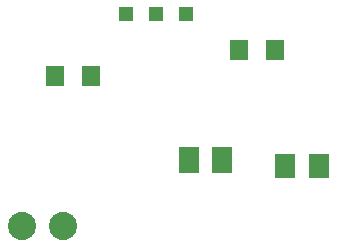
<source format=gbr>
G04 EAGLE Gerber RS-274X export*
G75*
%MOMM*%
%FSLAX34Y34*%
%LPD*%
%INSoldermask Top*%
%IPPOS*%
%AMOC8*
5,1,8,0,0,1.08239X$1,22.5*%
G01*
%ADD10C,2.387600*%
%ADD11R,1.803200X2.006200*%
%ADD12R,1.803200X2.203200*%
%ADD13R,1.311200X1.311200*%
%ADD14R,1.503200X1.803200*%


D10*
X92900Y58100D03*
X57900Y58100D03*
D11*
X280680Y108600D03*
X309120Y108600D03*
D12*
X199300Y114300D03*
X227300Y114300D03*
D13*
X146000Y237800D03*
X171400Y237800D03*
X196800Y237800D03*
D14*
X85360Y185400D03*
X115840Y185400D03*
X241560Y207000D03*
X272040Y207000D03*
M02*

</source>
